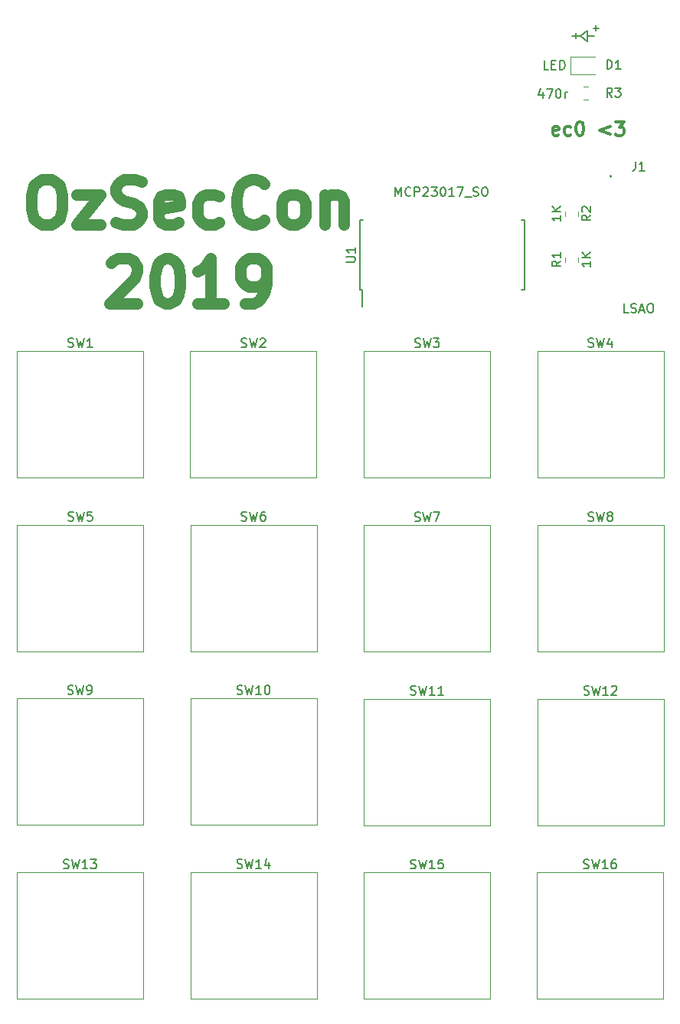
<source format=gbr>
G04 #@! TF.GenerationSoftware,KiCad,Pcbnew,5.0.2-bee76a0~70~ubuntu18.10.1*
G04 #@! TF.CreationDate,2019-05-27T16:03:46+10:00*
G04 #@! TF.ProjectId,keyboard,6b657962-6f61-4726-942e-6b696361645f,rev?*
G04 #@! TF.SameCoordinates,Original*
G04 #@! TF.FileFunction,Legend,Top*
G04 #@! TF.FilePolarity,Positive*
%FSLAX46Y46*%
G04 Gerber Fmt 4.6, Leading zero omitted, Abs format (unit mm)*
G04 Created by KiCad (PCBNEW 5.0.2-bee76a0~70~ubuntu18.10.1) date Mon 27 May 2019 16:03:46 AEST*
%MOMM*%
%LPD*%
G01*
G04 APERTURE LIST*
%ADD10C,0.200000*%
%ADD11C,1.250000*%
%ADD12C,0.300000*%
%ADD13C,0.120000*%
%ADD14C,0.150000*%
G04 APERTURE END LIST*
D10*
X104450000Y-76150000D02*
X104450000Y-76750000D01*
X104150000Y-76450000D02*
X104750000Y-76450000D01*
X102200000Y-77000000D02*
X102200000Y-77600000D01*
X102750000Y-77300000D02*
X101850000Y-77300000D01*
X104250000Y-77350000D02*
X103500000Y-77350000D01*
X103500000Y-76750000D02*
X103500000Y-77350000D01*
X102750000Y-77300000D02*
X103500000Y-76750000D01*
X103500000Y-77900000D02*
X102750000Y-77300000D01*
X103500000Y-76750000D02*
X103500000Y-77900000D01*
D11*
X43259523Y-93136904D02*
X44211904Y-93136904D01*
X44688095Y-93375000D01*
X45164285Y-93851190D01*
X45402380Y-94803571D01*
X45402380Y-96470238D01*
X45164285Y-97422619D01*
X44688095Y-97898809D01*
X44211904Y-98136904D01*
X43259523Y-98136904D01*
X42783333Y-97898809D01*
X42307142Y-97422619D01*
X42069047Y-96470238D01*
X42069047Y-94803571D01*
X42307142Y-93851190D01*
X42783333Y-93375000D01*
X43259523Y-93136904D01*
X47069047Y-94803571D02*
X49688095Y-94803571D01*
X47069047Y-98136904D01*
X49688095Y-98136904D01*
X51354761Y-97898809D02*
X52069047Y-98136904D01*
X53259523Y-98136904D01*
X53735714Y-97898809D01*
X53973809Y-97660714D01*
X54211904Y-97184523D01*
X54211904Y-96708333D01*
X53973809Y-96232142D01*
X53735714Y-95994047D01*
X53259523Y-95755952D01*
X52307142Y-95517857D01*
X51830952Y-95279761D01*
X51592857Y-95041666D01*
X51354761Y-94565476D01*
X51354761Y-94089285D01*
X51592857Y-93613095D01*
X51830952Y-93375000D01*
X52307142Y-93136904D01*
X53497619Y-93136904D01*
X54211904Y-93375000D01*
X58259523Y-97898809D02*
X57783333Y-98136904D01*
X56830952Y-98136904D01*
X56354761Y-97898809D01*
X56116666Y-97422619D01*
X56116666Y-95517857D01*
X56354761Y-95041666D01*
X56830952Y-94803571D01*
X57783333Y-94803571D01*
X58259523Y-95041666D01*
X58497619Y-95517857D01*
X58497619Y-95994047D01*
X56116666Y-96470238D01*
X62783333Y-97898809D02*
X62307142Y-98136904D01*
X61354761Y-98136904D01*
X60878571Y-97898809D01*
X60640476Y-97660714D01*
X60402380Y-97184523D01*
X60402380Y-95755952D01*
X60640476Y-95279761D01*
X60878571Y-95041666D01*
X61354761Y-94803571D01*
X62307142Y-94803571D01*
X62783333Y-95041666D01*
X67783333Y-97660714D02*
X67545238Y-97898809D01*
X66830952Y-98136904D01*
X66354761Y-98136904D01*
X65640476Y-97898809D01*
X65164285Y-97422619D01*
X64926190Y-96946428D01*
X64688095Y-95994047D01*
X64688095Y-95279761D01*
X64926190Y-94327380D01*
X65164285Y-93851190D01*
X65640476Y-93375000D01*
X66354761Y-93136904D01*
X66830952Y-93136904D01*
X67545238Y-93375000D01*
X67783333Y-93613095D01*
X70640476Y-98136904D02*
X70164285Y-97898809D01*
X69926190Y-97660714D01*
X69688095Y-97184523D01*
X69688095Y-95755952D01*
X69926190Y-95279761D01*
X70164285Y-95041666D01*
X70640476Y-94803571D01*
X71354761Y-94803571D01*
X71830952Y-95041666D01*
X72069047Y-95279761D01*
X72307142Y-95755952D01*
X72307142Y-97184523D01*
X72069047Y-97660714D01*
X71830952Y-97898809D01*
X71354761Y-98136904D01*
X70640476Y-98136904D01*
X74449999Y-94803571D02*
X74449999Y-98136904D01*
X74449999Y-95279761D02*
X74688095Y-95041666D01*
X75164285Y-94803571D01*
X75878571Y-94803571D01*
X76354761Y-95041666D01*
X76592857Y-95517857D01*
X76592857Y-98136904D01*
X50878571Y-102363095D02*
X51116666Y-102125000D01*
X51592857Y-101886904D01*
X52783333Y-101886904D01*
X53259523Y-102125000D01*
X53497619Y-102363095D01*
X53735714Y-102839285D01*
X53735714Y-103315476D01*
X53497619Y-104029761D01*
X50640476Y-106886904D01*
X53735714Y-106886904D01*
X56830952Y-101886904D02*
X57307142Y-101886904D01*
X57783333Y-102125000D01*
X58021428Y-102363095D01*
X58259523Y-102839285D01*
X58497619Y-103791666D01*
X58497619Y-104982142D01*
X58259523Y-105934523D01*
X58021428Y-106410714D01*
X57783333Y-106648809D01*
X57307142Y-106886904D01*
X56830952Y-106886904D01*
X56354761Y-106648809D01*
X56116666Y-106410714D01*
X55878571Y-105934523D01*
X55640476Y-104982142D01*
X55640476Y-103791666D01*
X55878571Y-102839285D01*
X56116666Y-102363095D01*
X56354761Y-102125000D01*
X56830952Y-101886904D01*
X63259523Y-106886904D02*
X60402380Y-106886904D01*
X61830952Y-106886904D02*
X61830952Y-101886904D01*
X61354761Y-102601190D01*
X60878571Y-103077380D01*
X60402380Y-103315476D01*
X65640476Y-106886904D02*
X66592857Y-106886904D01*
X67069047Y-106648809D01*
X67307142Y-106410714D01*
X67783333Y-105696428D01*
X68021428Y-104744047D01*
X68021428Y-102839285D01*
X67783333Y-102363095D01*
X67545238Y-102125000D01*
X67069047Y-101886904D01*
X66116666Y-101886904D01*
X65640476Y-102125000D01*
X65402380Y-102363095D01*
X65164285Y-102839285D01*
X65164285Y-104029761D01*
X65402380Y-104505952D01*
X65640476Y-104744047D01*
X66116666Y-104982142D01*
X67069047Y-104982142D01*
X67545238Y-104744047D01*
X67783333Y-104505952D01*
X68021428Y-104029761D01*
D12*
X100314285Y-88207142D02*
X100171428Y-88278571D01*
X99885714Y-88278571D01*
X99742857Y-88207142D01*
X99671428Y-88064285D01*
X99671428Y-87492857D01*
X99742857Y-87350000D01*
X99885714Y-87278571D01*
X100171428Y-87278571D01*
X100314285Y-87350000D01*
X100385714Y-87492857D01*
X100385714Y-87635714D01*
X99671428Y-87778571D01*
X101671428Y-88207142D02*
X101528571Y-88278571D01*
X101242857Y-88278571D01*
X101100000Y-88207142D01*
X101028571Y-88135714D01*
X100957142Y-87992857D01*
X100957142Y-87564285D01*
X101028571Y-87421428D01*
X101100000Y-87350000D01*
X101242857Y-87278571D01*
X101528571Y-87278571D01*
X101671428Y-87350000D01*
X102600000Y-86778571D02*
X102742857Y-86778571D01*
X102885714Y-86850000D01*
X102957142Y-86921428D01*
X103028571Y-87064285D01*
X103100000Y-87350000D01*
X103100000Y-87707142D01*
X103028571Y-87992857D01*
X102957142Y-88135714D01*
X102885714Y-88207142D01*
X102742857Y-88278571D01*
X102600000Y-88278571D01*
X102457142Y-88207142D01*
X102385714Y-88135714D01*
X102314285Y-87992857D01*
X102242857Y-87707142D01*
X102242857Y-87350000D01*
X102314285Y-87064285D01*
X102385714Y-86921428D01*
X102457142Y-86850000D01*
X102600000Y-86778571D01*
X106028571Y-87278571D02*
X104885714Y-87707142D01*
X106028571Y-88135714D01*
X106600000Y-86778571D02*
X107528571Y-86778571D01*
X107028571Y-87350000D01*
X107242857Y-87350000D01*
X107385714Y-87421428D01*
X107457142Y-87492857D01*
X107528571Y-87635714D01*
X107528571Y-87992857D01*
X107457142Y-88135714D01*
X107385714Y-88207142D01*
X107242857Y-88278571D01*
X106814285Y-88278571D01*
X106671428Y-88207142D01*
X106600000Y-88135714D01*
D10*
X106170711Y-92800000D02*
G75*
G03X106170711Y-92800000I-70711J0D01*
G01*
D13*
G04 #@! TO.C,R1*
X102480000Y-102258578D02*
X102480000Y-101741422D01*
X101060000Y-102258578D02*
X101060000Y-101741422D01*
G04 #@! TO.C,R2*
X102480000Y-96671422D02*
X102480000Y-97188578D01*
X101060000Y-96671422D02*
X101060000Y-97188578D01*
G04 #@! TO.C,SW1*
X40455000Y-126095000D02*
X40455000Y-112125000D01*
X54425000Y-126095000D02*
X40455000Y-126095000D01*
X54425000Y-112125000D02*
X54425000Y-126095000D01*
X40455000Y-112125000D02*
X54425000Y-112125000D01*
G04 #@! TO.C,SW2*
X59595000Y-112145000D02*
X73565000Y-112145000D01*
X73565000Y-112145000D02*
X73565000Y-126115000D01*
X73565000Y-126115000D02*
X59595000Y-126115000D01*
X59595000Y-126115000D02*
X59595000Y-112145000D01*
G04 #@! TO.C,SW3*
X78795000Y-126115000D02*
X78795000Y-112145000D01*
X92765000Y-126115000D02*
X78795000Y-126115000D01*
X92765000Y-112145000D02*
X92765000Y-126115000D01*
X78795000Y-112145000D02*
X92765000Y-112145000D01*
G04 #@! TO.C,SW4*
X97965000Y-112115000D02*
X111935000Y-112115000D01*
X111935000Y-112115000D02*
X111935000Y-126085000D01*
X111935000Y-126085000D02*
X97965000Y-126085000D01*
X97965000Y-126085000D02*
X97965000Y-112115000D01*
G04 #@! TO.C,SW5*
X40455000Y-145285000D02*
X40455000Y-131315000D01*
X54425000Y-145285000D02*
X40455000Y-145285000D01*
X54425000Y-131315000D02*
X54425000Y-145285000D01*
X40455000Y-131315000D02*
X54425000Y-131315000D01*
G04 #@! TO.C,SW6*
X59605000Y-145275000D02*
X59605000Y-131305000D01*
X73575000Y-145275000D02*
X59605000Y-145275000D01*
X73575000Y-131305000D02*
X73575000Y-145275000D01*
X59605000Y-131305000D02*
X73575000Y-131305000D01*
G04 #@! TO.C,SW7*
X78785000Y-131365000D02*
X92755000Y-131365000D01*
X92755000Y-131365000D02*
X92755000Y-145335000D01*
X92755000Y-145335000D02*
X78785000Y-145335000D01*
X78785000Y-145335000D02*
X78785000Y-131365000D01*
G04 #@! TO.C,SW8*
X97965000Y-145295000D02*
X97965000Y-131325000D01*
X111935000Y-145295000D02*
X97965000Y-145295000D01*
X111935000Y-131325000D02*
X111935000Y-145295000D01*
X97965000Y-131325000D02*
X111935000Y-131325000D01*
G04 #@! TO.C,SW9*
X40415000Y-150475000D02*
X54385000Y-150475000D01*
X54385000Y-150475000D02*
X54385000Y-164445000D01*
X54385000Y-164445000D02*
X40415000Y-164445000D01*
X40415000Y-164445000D02*
X40415000Y-150475000D01*
G04 #@! TO.C,SW10*
X59605000Y-164445000D02*
X59605000Y-150475000D01*
X73575000Y-164445000D02*
X59605000Y-164445000D01*
X73575000Y-150475000D02*
X73575000Y-164445000D01*
X59605000Y-150475000D02*
X73575000Y-150475000D01*
G04 #@! TO.C,SW11*
X78795000Y-150535000D02*
X92765000Y-150535000D01*
X92765000Y-150535000D02*
X92765000Y-164505000D01*
X92765000Y-164505000D02*
X78795000Y-164505000D01*
X78795000Y-164505000D02*
X78795000Y-150535000D01*
G04 #@! TO.C,SW12*
X97965000Y-164505000D02*
X97965000Y-150535000D01*
X111935000Y-164505000D02*
X97965000Y-164505000D01*
X111935000Y-150535000D02*
X111935000Y-164505000D01*
X97965000Y-150535000D02*
X111935000Y-150535000D01*
G04 #@! TO.C,SW13*
X40415000Y-183675000D02*
X40415000Y-169705000D01*
X54385000Y-183675000D02*
X40415000Y-183675000D01*
X54385000Y-169705000D02*
X54385000Y-183675000D01*
X40415000Y-169705000D02*
X54385000Y-169705000D01*
G04 #@! TO.C,SW14*
X59605000Y-169675000D02*
X73575000Y-169675000D01*
X73575000Y-169675000D02*
X73575000Y-183645000D01*
X73575000Y-183645000D02*
X59605000Y-183645000D01*
X59605000Y-183645000D02*
X59605000Y-169675000D01*
G04 #@! TO.C,SW15*
X78795000Y-169725000D02*
X92765000Y-169725000D01*
X92765000Y-169725000D02*
X92765000Y-183695000D01*
X92765000Y-183695000D02*
X78795000Y-183695000D01*
X78795000Y-183695000D02*
X78795000Y-169725000D01*
G04 #@! TO.C,SW16*
X97925000Y-169715000D02*
X111895000Y-169715000D01*
X111895000Y-169715000D02*
X111895000Y-183685000D01*
X111895000Y-183685000D02*
X97925000Y-183685000D01*
X97925000Y-183685000D02*
X97925000Y-169715000D01*
D14*
G04 #@! TO.C,U1*
X78325000Y-105375000D02*
X78575000Y-105375000D01*
X78325000Y-97625000D02*
X78670000Y-97625000D01*
X96575000Y-97625000D02*
X96230000Y-97625000D01*
X96575000Y-105375000D02*
X96230000Y-105375000D01*
X78325000Y-105375000D02*
X78325000Y-97625000D01*
X96575000Y-105375000D02*
X96575000Y-97625000D01*
X78575000Y-105375000D02*
X78575000Y-107200000D01*
D13*
G04 #@! TO.C,R3*
X103103922Y-82890000D02*
X103621078Y-82890000D01*
X103103922Y-84310000D02*
X103621078Y-84310000D01*
G04 #@! TO.C,D1*
X104350000Y-79590000D02*
X101665000Y-79590000D01*
X101665000Y-79590000D02*
X101665000Y-81510000D01*
X101665000Y-81510000D02*
X104350000Y-81510000D01*
G04 #@! TO.C,J1*
D14*
X108836666Y-91182380D02*
X108836666Y-91896666D01*
X108789047Y-92039523D01*
X108693809Y-92134761D01*
X108550952Y-92182380D01*
X108455714Y-92182380D01*
X109836666Y-92182380D02*
X109265238Y-92182380D01*
X109550952Y-92182380D02*
X109550952Y-91182380D01*
X109455714Y-91325238D01*
X109360476Y-91420476D01*
X109265238Y-91468095D01*
X108050952Y-107882380D02*
X107574761Y-107882380D01*
X107574761Y-106882380D01*
X108336666Y-107834761D02*
X108479523Y-107882380D01*
X108717619Y-107882380D01*
X108812857Y-107834761D01*
X108860476Y-107787142D01*
X108908095Y-107691904D01*
X108908095Y-107596666D01*
X108860476Y-107501428D01*
X108812857Y-107453809D01*
X108717619Y-107406190D01*
X108527142Y-107358571D01*
X108431904Y-107310952D01*
X108384285Y-107263333D01*
X108336666Y-107168095D01*
X108336666Y-107072857D01*
X108384285Y-106977619D01*
X108431904Y-106930000D01*
X108527142Y-106882380D01*
X108765238Y-106882380D01*
X108908095Y-106930000D01*
X109289047Y-107596666D02*
X109765238Y-107596666D01*
X109193809Y-107882380D02*
X109527142Y-106882380D01*
X109860476Y-107882380D01*
X110384285Y-106882380D02*
X110574761Y-106882380D01*
X110670000Y-106930000D01*
X110765238Y-107025238D01*
X110812857Y-107215714D01*
X110812857Y-107549047D01*
X110765238Y-107739523D01*
X110670000Y-107834761D01*
X110574761Y-107882380D01*
X110384285Y-107882380D01*
X110289047Y-107834761D01*
X110193809Y-107739523D01*
X110146190Y-107549047D01*
X110146190Y-107215714D01*
X110193809Y-107025238D01*
X110289047Y-106930000D01*
X110384285Y-106882380D01*
G04 #@! TO.C,R1*
X100572380Y-102166666D02*
X100096190Y-102500000D01*
X100572380Y-102738095D02*
X99572380Y-102738095D01*
X99572380Y-102357142D01*
X99620000Y-102261904D01*
X99667619Y-102214285D01*
X99762857Y-102166666D01*
X99905714Y-102166666D01*
X100000952Y-102214285D01*
X100048571Y-102261904D01*
X100096190Y-102357142D01*
X100096190Y-102738095D01*
X100572380Y-101214285D02*
X100572380Y-101785714D01*
X100572380Y-101500000D02*
X99572380Y-101500000D01*
X99715238Y-101595238D01*
X99810476Y-101690476D01*
X99858095Y-101785714D01*
X103872380Y-102214285D02*
X103872380Y-102785714D01*
X103872380Y-102500000D02*
X102872380Y-102500000D01*
X103015238Y-102595238D01*
X103110476Y-102690476D01*
X103158095Y-102785714D01*
X103872380Y-101785714D02*
X102872380Y-101785714D01*
X103872380Y-101214285D02*
X103300952Y-101642857D01*
X102872380Y-101214285D02*
X103443809Y-101785714D01*
G04 #@! TO.C,R2*
X103872380Y-97096666D02*
X103396190Y-97430000D01*
X103872380Y-97668095D02*
X102872380Y-97668095D01*
X102872380Y-97287142D01*
X102920000Y-97191904D01*
X102967619Y-97144285D01*
X103062857Y-97096666D01*
X103205714Y-97096666D01*
X103300952Y-97144285D01*
X103348571Y-97191904D01*
X103396190Y-97287142D01*
X103396190Y-97668095D01*
X102967619Y-96715714D02*
X102920000Y-96668095D01*
X102872380Y-96572857D01*
X102872380Y-96334761D01*
X102920000Y-96239523D01*
X102967619Y-96191904D01*
X103062857Y-96144285D01*
X103158095Y-96144285D01*
X103300952Y-96191904D01*
X103872380Y-96763333D01*
X103872380Y-96144285D01*
X100572380Y-97144285D02*
X100572380Y-97715714D01*
X100572380Y-97430000D02*
X99572380Y-97430000D01*
X99715238Y-97525238D01*
X99810476Y-97620476D01*
X99858095Y-97715714D01*
X100572380Y-96715714D02*
X99572380Y-96715714D01*
X100572380Y-96144285D02*
X100000952Y-96572857D01*
X99572380Y-96144285D02*
X100143809Y-96715714D01*
G04 #@! TO.C,SW1*
X46106666Y-111640761D02*
X46249523Y-111688380D01*
X46487619Y-111688380D01*
X46582857Y-111640761D01*
X46630476Y-111593142D01*
X46678095Y-111497904D01*
X46678095Y-111402666D01*
X46630476Y-111307428D01*
X46582857Y-111259809D01*
X46487619Y-111212190D01*
X46297142Y-111164571D01*
X46201904Y-111116952D01*
X46154285Y-111069333D01*
X46106666Y-110974095D01*
X46106666Y-110878857D01*
X46154285Y-110783619D01*
X46201904Y-110736000D01*
X46297142Y-110688380D01*
X46535238Y-110688380D01*
X46678095Y-110736000D01*
X47011428Y-110688380D02*
X47249523Y-111688380D01*
X47440000Y-110974095D01*
X47630476Y-111688380D01*
X47868571Y-110688380D01*
X48773333Y-111688380D02*
X48201904Y-111688380D01*
X48487619Y-111688380D02*
X48487619Y-110688380D01*
X48392380Y-110831238D01*
X48297142Y-110926476D01*
X48201904Y-110974095D01*
G04 #@! TO.C,SW2*
X65246666Y-111660761D02*
X65389523Y-111708380D01*
X65627619Y-111708380D01*
X65722857Y-111660761D01*
X65770476Y-111613142D01*
X65818095Y-111517904D01*
X65818095Y-111422666D01*
X65770476Y-111327428D01*
X65722857Y-111279809D01*
X65627619Y-111232190D01*
X65437142Y-111184571D01*
X65341904Y-111136952D01*
X65294285Y-111089333D01*
X65246666Y-110994095D01*
X65246666Y-110898857D01*
X65294285Y-110803619D01*
X65341904Y-110756000D01*
X65437142Y-110708380D01*
X65675238Y-110708380D01*
X65818095Y-110756000D01*
X66151428Y-110708380D02*
X66389523Y-111708380D01*
X66580000Y-110994095D01*
X66770476Y-111708380D01*
X67008571Y-110708380D01*
X67341904Y-110803619D02*
X67389523Y-110756000D01*
X67484761Y-110708380D01*
X67722857Y-110708380D01*
X67818095Y-110756000D01*
X67865714Y-110803619D01*
X67913333Y-110898857D01*
X67913333Y-110994095D01*
X67865714Y-111136952D01*
X67294285Y-111708380D01*
X67913333Y-111708380D01*
G04 #@! TO.C,SW3*
X84446666Y-111660761D02*
X84589523Y-111708380D01*
X84827619Y-111708380D01*
X84922857Y-111660761D01*
X84970476Y-111613142D01*
X85018095Y-111517904D01*
X85018095Y-111422666D01*
X84970476Y-111327428D01*
X84922857Y-111279809D01*
X84827619Y-111232190D01*
X84637142Y-111184571D01*
X84541904Y-111136952D01*
X84494285Y-111089333D01*
X84446666Y-110994095D01*
X84446666Y-110898857D01*
X84494285Y-110803619D01*
X84541904Y-110756000D01*
X84637142Y-110708380D01*
X84875238Y-110708380D01*
X85018095Y-110756000D01*
X85351428Y-110708380D02*
X85589523Y-111708380D01*
X85780000Y-110994095D01*
X85970476Y-111708380D01*
X86208571Y-110708380D01*
X86494285Y-110708380D02*
X87113333Y-110708380D01*
X86780000Y-111089333D01*
X86922857Y-111089333D01*
X87018095Y-111136952D01*
X87065714Y-111184571D01*
X87113333Y-111279809D01*
X87113333Y-111517904D01*
X87065714Y-111613142D01*
X87018095Y-111660761D01*
X86922857Y-111708380D01*
X86637142Y-111708380D01*
X86541904Y-111660761D01*
X86494285Y-111613142D01*
G04 #@! TO.C,SW4*
X103616666Y-111630761D02*
X103759523Y-111678380D01*
X103997619Y-111678380D01*
X104092857Y-111630761D01*
X104140476Y-111583142D01*
X104188095Y-111487904D01*
X104188095Y-111392666D01*
X104140476Y-111297428D01*
X104092857Y-111249809D01*
X103997619Y-111202190D01*
X103807142Y-111154571D01*
X103711904Y-111106952D01*
X103664285Y-111059333D01*
X103616666Y-110964095D01*
X103616666Y-110868857D01*
X103664285Y-110773619D01*
X103711904Y-110726000D01*
X103807142Y-110678380D01*
X104045238Y-110678380D01*
X104188095Y-110726000D01*
X104521428Y-110678380D02*
X104759523Y-111678380D01*
X104950000Y-110964095D01*
X105140476Y-111678380D01*
X105378571Y-110678380D01*
X106188095Y-111011714D02*
X106188095Y-111678380D01*
X105950000Y-110630761D02*
X105711904Y-111345047D01*
X106330952Y-111345047D01*
G04 #@! TO.C,SW5*
X46106666Y-130830761D02*
X46249523Y-130878380D01*
X46487619Y-130878380D01*
X46582857Y-130830761D01*
X46630476Y-130783142D01*
X46678095Y-130687904D01*
X46678095Y-130592666D01*
X46630476Y-130497428D01*
X46582857Y-130449809D01*
X46487619Y-130402190D01*
X46297142Y-130354571D01*
X46201904Y-130306952D01*
X46154285Y-130259333D01*
X46106666Y-130164095D01*
X46106666Y-130068857D01*
X46154285Y-129973619D01*
X46201904Y-129926000D01*
X46297142Y-129878380D01*
X46535238Y-129878380D01*
X46678095Y-129926000D01*
X47011428Y-129878380D02*
X47249523Y-130878380D01*
X47440000Y-130164095D01*
X47630476Y-130878380D01*
X47868571Y-129878380D01*
X48725714Y-129878380D02*
X48249523Y-129878380D01*
X48201904Y-130354571D01*
X48249523Y-130306952D01*
X48344761Y-130259333D01*
X48582857Y-130259333D01*
X48678095Y-130306952D01*
X48725714Y-130354571D01*
X48773333Y-130449809D01*
X48773333Y-130687904D01*
X48725714Y-130783142D01*
X48678095Y-130830761D01*
X48582857Y-130878380D01*
X48344761Y-130878380D01*
X48249523Y-130830761D01*
X48201904Y-130783142D01*
G04 #@! TO.C,SW6*
X65256666Y-130820761D02*
X65399523Y-130868380D01*
X65637619Y-130868380D01*
X65732857Y-130820761D01*
X65780476Y-130773142D01*
X65828095Y-130677904D01*
X65828095Y-130582666D01*
X65780476Y-130487428D01*
X65732857Y-130439809D01*
X65637619Y-130392190D01*
X65447142Y-130344571D01*
X65351904Y-130296952D01*
X65304285Y-130249333D01*
X65256666Y-130154095D01*
X65256666Y-130058857D01*
X65304285Y-129963619D01*
X65351904Y-129916000D01*
X65447142Y-129868380D01*
X65685238Y-129868380D01*
X65828095Y-129916000D01*
X66161428Y-129868380D02*
X66399523Y-130868380D01*
X66590000Y-130154095D01*
X66780476Y-130868380D01*
X67018571Y-129868380D01*
X67828095Y-129868380D02*
X67637619Y-129868380D01*
X67542380Y-129916000D01*
X67494761Y-129963619D01*
X67399523Y-130106476D01*
X67351904Y-130296952D01*
X67351904Y-130677904D01*
X67399523Y-130773142D01*
X67447142Y-130820761D01*
X67542380Y-130868380D01*
X67732857Y-130868380D01*
X67828095Y-130820761D01*
X67875714Y-130773142D01*
X67923333Y-130677904D01*
X67923333Y-130439809D01*
X67875714Y-130344571D01*
X67828095Y-130296952D01*
X67732857Y-130249333D01*
X67542380Y-130249333D01*
X67447142Y-130296952D01*
X67399523Y-130344571D01*
X67351904Y-130439809D01*
G04 #@! TO.C,SW7*
X84436666Y-130880761D02*
X84579523Y-130928380D01*
X84817619Y-130928380D01*
X84912857Y-130880761D01*
X84960476Y-130833142D01*
X85008095Y-130737904D01*
X85008095Y-130642666D01*
X84960476Y-130547428D01*
X84912857Y-130499809D01*
X84817619Y-130452190D01*
X84627142Y-130404571D01*
X84531904Y-130356952D01*
X84484285Y-130309333D01*
X84436666Y-130214095D01*
X84436666Y-130118857D01*
X84484285Y-130023619D01*
X84531904Y-129976000D01*
X84627142Y-129928380D01*
X84865238Y-129928380D01*
X85008095Y-129976000D01*
X85341428Y-129928380D02*
X85579523Y-130928380D01*
X85770000Y-130214095D01*
X85960476Y-130928380D01*
X86198571Y-129928380D01*
X86484285Y-129928380D02*
X87150952Y-129928380D01*
X86722380Y-130928380D01*
G04 #@! TO.C,SW8*
X103616666Y-130840761D02*
X103759523Y-130888380D01*
X103997619Y-130888380D01*
X104092857Y-130840761D01*
X104140476Y-130793142D01*
X104188095Y-130697904D01*
X104188095Y-130602666D01*
X104140476Y-130507428D01*
X104092857Y-130459809D01*
X103997619Y-130412190D01*
X103807142Y-130364571D01*
X103711904Y-130316952D01*
X103664285Y-130269333D01*
X103616666Y-130174095D01*
X103616666Y-130078857D01*
X103664285Y-129983619D01*
X103711904Y-129936000D01*
X103807142Y-129888380D01*
X104045238Y-129888380D01*
X104188095Y-129936000D01*
X104521428Y-129888380D02*
X104759523Y-130888380D01*
X104950000Y-130174095D01*
X105140476Y-130888380D01*
X105378571Y-129888380D01*
X105902380Y-130316952D02*
X105807142Y-130269333D01*
X105759523Y-130221714D01*
X105711904Y-130126476D01*
X105711904Y-130078857D01*
X105759523Y-129983619D01*
X105807142Y-129936000D01*
X105902380Y-129888380D01*
X106092857Y-129888380D01*
X106188095Y-129936000D01*
X106235714Y-129983619D01*
X106283333Y-130078857D01*
X106283333Y-130126476D01*
X106235714Y-130221714D01*
X106188095Y-130269333D01*
X106092857Y-130316952D01*
X105902380Y-130316952D01*
X105807142Y-130364571D01*
X105759523Y-130412190D01*
X105711904Y-130507428D01*
X105711904Y-130697904D01*
X105759523Y-130793142D01*
X105807142Y-130840761D01*
X105902380Y-130888380D01*
X106092857Y-130888380D01*
X106188095Y-130840761D01*
X106235714Y-130793142D01*
X106283333Y-130697904D01*
X106283333Y-130507428D01*
X106235714Y-130412190D01*
X106188095Y-130364571D01*
X106092857Y-130316952D01*
G04 #@! TO.C,SW9*
X46066666Y-149990761D02*
X46209523Y-150038380D01*
X46447619Y-150038380D01*
X46542857Y-149990761D01*
X46590476Y-149943142D01*
X46638095Y-149847904D01*
X46638095Y-149752666D01*
X46590476Y-149657428D01*
X46542857Y-149609809D01*
X46447619Y-149562190D01*
X46257142Y-149514571D01*
X46161904Y-149466952D01*
X46114285Y-149419333D01*
X46066666Y-149324095D01*
X46066666Y-149228857D01*
X46114285Y-149133619D01*
X46161904Y-149086000D01*
X46257142Y-149038380D01*
X46495238Y-149038380D01*
X46638095Y-149086000D01*
X46971428Y-149038380D02*
X47209523Y-150038380D01*
X47400000Y-149324095D01*
X47590476Y-150038380D01*
X47828571Y-149038380D01*
X48257142Y-150038380D02*
X48447619Y-150038380D01*
X48542857Y-149990761D01*
X48590476Y-149943142D01*
X48685714Y-149800285D01*
X48733333Y-149609809D01*
X48733333Y-149228857D01*
X48685714Y-149133619D01*
X48638095Y-149086000D01*
X48542857Y-149038380D01*
X48352380Y-149038380D01*
X48257142Y-149086000D01*
X48209523Y-149133619D01*
X48161904Y-149228857D01*
X48161904Y-149466952D01*
X48209523Y-149562190D01*
X48257142Y-149609809D01*
X48352380Y-149657428D01*
X48542857Y-149657428D01*
X48638095Y-149609809D01*
X48685714Y-149562190D01*
X48733333Y-149466952D01*
G04 #@! TO.C,SW10*
X64780476Y-149990761D02*
X64923333Y-150038380D01*
X65161428Y-150038380D01*
X65256666Y-149990761D01*
X65304285Y-149943142D01*
X65351904Y-149847904D01*
X65351904Y-149752666D01*
X65304285Y-149657428D01*
X65256666Y-149609809D01*
X65161428Y-149562190D01*
X64970952Y-149514571D01*
X64875714Y-149466952D01*
X64828095Y-149419333D01*
X64780476Y-149324095D01*
X64780476Y-149228857D01*
X64828095Y-149133619D01*
X64875714Y-149086000D01*
X64970952Y-149038380D01*
X65209047Y-149038380D01*
X65351904Y-149086000D01*
X65685238Y-149038380D02*
X65923333Y-150038380D01*
X66113809Y-149324095D01*
X66304285Y-150038380D01*
X66542380Y-149038380D01*
X67447142Y-150038380D02*
X66875714Y-150038380D01*
X67161428Y-150038380D02*
X67161428Y-149038380D01*
X67066190Y-149181238D01*
X66970952Y-149276476D01*
X66875714Y-149324095D01*
X68066190Y-149038380D02*
X68161428Y-149038380D01*
X68256666Y-149086000D01*
X68304285Y-149133619D01*
X68351904Y-149228857D01*
X68399523Y-149419333D01*
X68399523Y-149657428D01*
X68351904Y-149847904D01*
X68304285Y-149943142D01*
X68256666Y-149990761D01*
X68161428Y-150038380D01*
X68066190Y-150038380D01*
X67970952Y-149990761D01*
X67923333Y-149943142D01*
X67875714Y-149847904D01*
X67828095Y-149657428D01*
X67828095Y-149419333D01*
X67875714Y-149228857D01*
X67923333Y-149133619D01*
X67970952Y-149086000D01*
X68066190Y-149038380D01*
G04 #@! TO.C,SW11*
X83970476Y-150050761D02*
X84113333Y-150098380D01*
X84351428Y-150098380D01*
X84446666Y-150050761D01*
X84494285Y-150003142D01*
X84541904Y-149907904D01*
X84541904Y-149812666D01*
X84494285Y-149717428D01*
X84446666Y-149669809D01*
X84351428Y-149622190D01*
X84160952Y-149574571D01*
X84065714Y-149526952D01*
X84018095Y-149479333D01*
X83970476Y-149384095D01*
X83970476Y-149288857D01*
X84018095Y-149193619D01*
X84065714Y-149146000D01*
X84160952Y-149098380D01*
X84399047Y-149098380D01*
X84541904Y-149146000D01*
X84875238Y-149098380D02*
X85113333Y-150098380D01*
X85303809Y-149384095D01*
X85494285Y-150098380D01*
X85732380Y-149098380D01*
X86637142Y-150098380D02*
X86065714Y-150098380D01*
X86351428Y-150098380D02*
X86351428Y-149098380D01*
X86256190Y-149241238D01*
X86160952Y-149336476D01*
X86065714Y-149384095D01*
X87589523Y-150098380D02*
X87018095Y-150098380D01*
X87303809Y-150098380D02*
X87303809Y-149098380D01*
X87208571Y-149241238D01*
X87113333Y-149336476D01*
X87018095Y-149384095D01*
G04 #@! TO.C,SW12*
X103140476Y-150050761D02*
X103283333Y-150098380D01*
X103521428Y-150098380D01*
X103616666Y-150050761D01*
X103664285Y-150003142D01*
X103711904Y-149907904D01*
X103711904Y-149812666D01*
X103664285Y-149717428D01*
X103616666Y-149669809D01*
X103521428Y-149622190D01*
X103330952Y-149574571D01*
X103235714Y-149526952D01*
X103188095Y-149479333D01*
X103140476Y-149384095D01*
X103140476Y-149288857D01*
X103188095Y-149193619D01*
X103235714Y-149146000D01*
X103330952Y-149098380D01*
X103569047Y-149098380D01*
X103711904Y-149146000D01*
X104045238Y-149098380D02*
X104283333Y-150098380D01*
X104473809Y-149384095D01*
X104664285Y-150098380D01*
X104902380Y-149098380D01*
X105807142Y-150098380D02*
X105235714Y-150098380D01*
X105521428Y-150098380D02*
X105521428Y-149098380D01*
X105426190Y-149241238D01*
X105330952Y-149336476D01*
X105235714Y-149384095D01*
X106188095Y-149193619D02*
X106235714Y-149146000D01*
X106330952Y-149098380D01*
X106569047Y-149098380D01*
X106664285Y-149146000D01*
X106711904Y-149193619D01*
X106759523Y-149288857D01*
X106759523Y-149384095D01*
X106711904Y-149526952D01*
X106140476Y-150098380D01*
X106759523Y-150098380D01*
G04 #@! TO.C,SW13*
X45590476Y-169220761D02*
X45733333Y-169268380D01*
X45971428Y-169268380D01*
X46066666Y-169220761D01*
X46114285Y-169173142D01*
X46161904Y-169077904D01*
X46161904Y-168982666D01*
X46114285Y-168887428D01*
X46066666Y-168839809D01*
X45971428Y-168792190D01*
X45780952Y-168744571D01*
X45685714Y-168696952D01*
X45638095Y-168649333D01*
X45590476Y-168554095D01*
X45590476Y-168458857D01*
X45638095Y-168363619D01*
X45685714Y-168316000D01*
X45780952Y-168268380D01*
X46019047Y-168268380D01*
X46161904Y-168316000D01*
X46495238Y-168268380D02*
X46733333Y-169268380D01*
X46923809Y-168554095D01*
X47114285Y-169268380D01*
X47352380Y-168268380D01*
X48257142Y-169268380D02*
X47685714Y-169268380D01*
X47971428Y-169268380D02*
X47971428Y-168268380D01*
X47876190Y-168411238D01*
X47780952Y-168506476D01*
X47685714Y-168554095D01*
X48590476Y-168268380D02*
X49209523Y-168268380D01*
X48876190Y-168649333D01*
X49019047Y-168649333D01*
X49114285Y-168696952D01*
X49161904Y-168744571D01*
X49209523Y-168839809D01*
X49209523Y-169077904D01*
X49161904Y-169173142D01*
X49114285Y-169220761D01*
X49019047Y-169268380D01*
X48733333Y-169268380D01*
X48638095Y-169220761D01*
X48590476Y-169173142D01*
G04 #@! TO.C,SW14*
X64780476Y-169190761D02*
X64923333Y-169238380D01*
X65161428Y-169238380D01*
X65256666Y-169190761D01*
X65304285Y-169143142D01*
X65351904Y-169047904D01*
X65351904Y-168952666D01*
X65304285Y-168857428D01*
X65256666Y-168809809D01*
X65161428Y-168762190D01*
X64970952Y-168714571D01*
X64875714Y-168666952D01*
X64828095Y-168619333D01*
X64780476Y-168524095D01*
X64780476Y-168428857D01*
X64828095Y-168333619D01*
X64875714Y-168286000D01*
X64970952Y-168238380D01*
X65209047Y-168238380D01*
X65351904Y-168286000D01*
X65685238Y-168238380D02*
X65923333Y-169238380D01*
X66113809Y-168524095D01*
X66304285Y-169238380D01*
X66542380Y-168238380D01*
X67447142Y-169238380D02*
X66875714Y-169238380D01*
X67161428Y-169238380D02*
X67161428Y-168238380D01*
X67066190Y-168381238D01*
X66970952Y-168476476D01*
X66875714Y-168524095D01*
X68304285Y-168571714D02*
X68304285Y-169238380D01*
X68066190Y-168190761D02*
X67828095Y-168905047D01*
X68447142Y-168905047D01*
G04 #@! TO.C,SW15*
X83970476Y-169240761D02*
X84113333Y-169288380D01*
X84351428Y-169288380D01*
X84446666Y-169240761D01*
X84494285Y-169193142D01*
X84541904Y-169097904D01*
X84541904Y-169002666D01*
X84494285Y-168907428D01*
X84446666Y-168859809D01*
X84351428Y-168812190D01*
X84160952Y-168764571D01*
X84065714Y-168716952D01*
X84018095Y-168669333D01*
X83970476Y-168574095D01*
X83970476Y-168478857D01*
X84018095Y-168383619D01*
X84065714Y-168336000D01*
X84160952Y-168288380D01*
X84399047Y-168288380D01*
X84541904Y-168336000D01*
X84875238Y-168288380D02*
X85113333Y-169288380D01*
X85303809Y-168574095D01*
X85494285Y-169288380D01*
X85732380Y-168288380D01*
X86637142Y-169288380D02*
X86065714Y-169288380D01*
X86351428Y-169288380D02*
X86351428Y-168288380D01*
X86256190Y-168431238D01*
X86160952Y-168526476D01*
X86065714Y-168574095D01*
X87541904Y-168288380D02*
X87065714Y-168288380D01*
X87018095Y-168764571D01*
X87065714Y-168716952D01*
X87160952Y-168669333D01*
X87399047Y-168669333D01*
X87494285Y-168716952D01*
X87541904Y-168764571D01*
X87589523Y-168859809D01*
X87589523Y-169097904D01*
X87541904Y-169193142D01*
X87494285Y-169240761D01*
X87399047Y-169288380D01*
X87160952Y-169288380D01*
X87065714Y-169240761D01*
X87018095Y-169193142D01*
G04 #@! TO.C,SW16*
X103100476Y-169230761D02*
X103243333Y-169278380D01*
X103481428Y-169278380D01*
X103576666Y-169230761D01*
X103624285Y-169183142D01*
X103671904Y-169087904D01*
X103671904Y-168992666D01*
X103624285Y-168897428D01*
X103576666Y-168849809D01*
X103481428Y-168802190D01*
X103290952Y-168754571D01*
X103195714Y-168706952D01*
X103148095Y-168659333D01*
X103100476Y-168564095D01*
X103100476Y-168468857D01*
X103148095Y-168373619D01*
X103195714Y-168326000D01*
X103290952Y-168278380D01*
X103529047Y-168278380D01*
X103671904Y-168326000D01*
X104005238Y-168278380D02*
X104243333Y-169278380D01*
X104433809Y-168564095D01*
X104624285Y-169278380D01*
X104862380Y-168278380D01*
X105767142Y-169278380D02*
X105195714Y-169278380D01*
X105481428Y-169278380D02*
X105481428Y-168278380D01*
X105386190Y-168421238D01*
X105290952Y-168516476D01*
X105195714Y-168564095D01*
X106624285Y-168278380D02*
X106433809Y-168278380D01*
X106338571Y-168326000D01*
X106290952Y-168373619D01*
X106195714Y-168516476D01*
X106148095Y-168706952D01*
X106148095Y-169087904D01*
X106195714Y-169183142D01*
X106243333Y-169230761D01*
X106338571Y-169278380D01*
X106529047Y-169278380D01*
X106624285Y-169230761D01*
X106671904Y-169183142D01*
X106719523Y-169087904D01*
X106719523Y-168849809D01*
X106671904Y-168754571D01*
X106624285Y-168706952D01*
X106529047Y-168659333D01*
X106338571Y-168659333D01*
X106243333Y-168706952D01*
X106195714Y-168754571D01*
X106148095Y-168849809D01*
G04 #@! TO.C,U1*
X76852380Y-102261904D02*
X77661904Y-102261904D01*
X77757142Y-102214285D01*
X77804761Y-102166666D01*
X77852380Y-102071428D01*
X77852380Y-101880952D01*
X77804761Y-101785714D01*
X77757142Y-101738095D01*
X77661904Y-101690476D01*
X76852380Y-101690476D01*
X77852380Y-100690476D02*
X77852380Y-101261904D01*
X77852380Y-100976190D02*
X76852380Y-100976190D01*
X76995238Y-101071428D01*
X77090476Y-101166666D01*
X77138095Y-101261904D01*
X82254761Y-95002380D02*
X82254761Y-94002380D01*
X82588095Y-94716666D01*
X82921428Y-94002380D01*
X82921428Y-95002380D01*
X83969047Y-94907142D02*
X83921428Y-94954761D01*
X83778571Y-95002380D01*
X83683333Y-95002380D01*
X83540476Y-94954761D01*
X83445238Y-94859523D01*
X83397619Y-94764285D01*
X83350000Y-94573809D01*
X83350000Y-94430952D01*
X83397619Y-94240476D01*
X83445238Y-94145238D01*
X83540476Y-94050000D01*
X83683333Y-94002380D01*
X83778571Y-94002380D01*
X83921428Y-94050000D01*
X83969047Y-94097619D01*
X84397619Y-95002380D02*
X84397619Y-94002380D01*
X84778571Y-94002380D01*
X84873809Y-94050000D01*
X84921428Y-94097619D01*
X84969047Y-94192857D01*
X84969047Y-94335714D01*
X84921428Y-94430952D01*
X84873809Y-94478571D01*
X84778571Y-94526190D01*
X84397619Y-94526190D01*
X85350000Y-94097619D02*
X85397619Y-94050000D01*
X85492857Y-94002380D01*
X85730952Y-94002380D01*
X85826190Y-94050000D01*
X85873809Y-94097619D01*
X85921428Y-94192857D01*
X85921428Y-94288095D01*
X85873809Y-94430952D01*
X85302380Y-95002380D01*
X85921428Y-95002380D01*
X86254761Y-94002380D02*
X86873809Y-94002380D01*
X86540476Y-94383333D01*
X86683333Y-94383333D01*
X86778571Y-94430952D01*
X86826190Y-94478571D01*
X86873809Y-94573809D01*
X86873809Y-94811904D01*
X86826190Y-94907142D01*
X86778571Y-94954761D01*
X86683333Y-95002380D01*
X86397619Y-95002380D01*
X86302380Y-94954761D01*
X86254761Y-94907142D01*
X87492857Y-94002380D02*
X87588095Y-94002380D01*
X87683333Y-94050000D01*
X87730952Y-94097619D01*
X87778571Y-94192857D01*
X87826190Y-94383333D01*
X87826190Y-94621428D01*
X87778571Y-94811904D01*
X87730952Y-94907142D01*
X87683333Y-94954761D01*
X87588095Y-95002380D01*
X87492857Y-95002380D01*
X87397619Y-94954761D01*
X87350000Y-94907142D01*
X87302380Y-94811904D01*
X87254761Y-94621428D01*
X87254761Y-94383333D01*
X87302380Y-94192857D01*
X87350000Y-94097619D01*
X87397619Y-94050000D01*
X87492857Y-94002380D01*
X88778571Y-95002380D02*
X88207142Y-95002380D01*
X88492857Y-95002380D02*
X88492857Y-94002380D01*
X88397619Y-94145238D01*
X88302380Y-94240476D01*
X88207142Y-94288095D01*
X89111904Y-94002380D02*
X89778571Y-94002380D01*
X89350000Y-95002380D01*
X89921428Y-95097619D02*
X90683333Y-95097619D01*
X90873809Y-94954761D02*
X91016666Y-95002380D01*
X91254761Y-95002380D01*
X91350000Y-94954761D01*
X91397619Y-94907142D01*
X91445238Y-94811904D01*
X91445238Y-94716666D01*
X91397619Y-94621428D01*
X91350000Y-94573809D01*
X91254761Y-94526190D01*
X91064285Y-94478571D01*
X90969047Y-94430952D01*
X90921428Y-94383333D01*
X90873809Y-94288095D01*
X90873809Y-94192857D01*
X90921428Y-94097619D01*
X90969047Y-94050000D01*
X91064285Y-94002380D01*
X91302380Y-94002380D01*
X91445238Y-94050000D01*
X92064285Y-94002380D02*
X92254761Y-94002380D01*
X92350000Y-94050000D01*
X92445238Y-94145238D01*
X92492857Y-94335714D01*
X92492857Y-94669047D01*
X92445238Y-94859523D01*
X92350000Y-94954761D01*
X92254761Y-95002380D01*
X92064285Y-95002380D01*
X91969047Y-94954761D01*
X91873809Y-94859523D01*
X91826190Y-94669047D01*
X91826190Y-94335714D01*
X91873809Y-94145238D01*
X91969047Y-94050000D01*
X92064285Y-94002380D01*
G04 #@! TO.C,R3*
X106233333Y-84052380D02*
X105900000Y-83576190D01*
X105661904Y-84052380D02*
X105661904Y-83052380D01*
X106042857Y-83052380D01*
X106138095Y-83100000D01*
X106185714Y-83147619D01*
X106233333Y-83242857D01*
X106233333Y-83385714D01*
X106185714Y-83480952D01*
X106138095Y-83528571D01*
X106042857Y-83576190D01*
X105661904Y-83576190D01*
X106566666Y-83052380D02*
X107185714Y-83052380D01*
X106852380Y-83433333D01*
X106995238Y-83433333D01*
X107090476Y-83480952D01*
X107138095Y-83528571D01*
X107185714Y-83623809D01*
X107185714Y-83861904D01*
X107138095Y-83957142D01*
X107090476Y-84004761D01*
X106995238Y-84052380D01*
X106709523Y-84052380D01*
X106614285Y-84004761D01*
X106566666Y-83957142D01*
X98578571Y-83485714D02*
X98578571Y-84152380D01*
X98340476Y-83104761D02*
X98102380Y-83819047D01*
X98721428Y-83819047D01*
X99007142Y-83152380D02*
X99673809Y-83152380D01*
X99245238Y-84152380D01*
X100245238Y-83152380D02*
X100340476Y-83152380D01*
X100435714Y-83200000D01*
X100483333Y-83247619D01*
X100530952Y-83342857D01*
X100578571Y-83533333D01*
X100578571Y-83771428D01*
X100530952Y-83961904D01*
X100483333Y-84057142D01*
X100435714Y-84104761D01*
X100340476Y-84152380D01*
X100245238Y-84152380D01*
X100150000Y-84104761D01*
X100102380Y-84057142D01*
X100054761Y-83961904D01*
X100007142Y-83771428D01*
X100007142Y-83533333D01*
X100054761Y-83342857D01*
X100102380Y-83247619D01*
X100150000Y-83200000D01*
X100245238Y-83152380D01*
X101007142Y-84152380D02*
X101007142Y-83485714D01*
X101007142Y-83676190D02*
X101054761Y-83580952D01*
X101102380Y-83533333D01*
X101197619Y-83485714D01*
X101292857Y-83485714D01*
G04 #@! TO.C,D1*
X105661904Y-80952380D02*
X105661904Y-79952380D01*
X105900000Y-79952380D01*
X106042857Y-80000000D01*
X106138095Y-80095238D01*
X106185714Y-80190476D01*
X106233333Y-80380952D01*
X106233333Y-80523809D01*
X106185714Y-80714285D01*
X106138095Y-80809523D01*
X106042857Y-80904761D01*
X105900000Y-80952380D01*
X105661904Y-80952380D01*
X107185714Y-80952380D02*
X106614285Y-80952380D01*
X106900000Y-80952380D02*
X106900000Y-79952380D01*
X106804761Y-80095238D01*
X106709523Y-80190476D01*
X106614285Y-80238095D01*
X99207142Y-81002380D02*
X98730952Y-81002380D01*
X98730952Y-80002380D01*
X99540476Y-80478571D02*
X99873809Y-80478571D01*
X100016666Y-81002380D02*
X99540476Y-81002380D01*
X99540476Y-80002380D01*
X100016666Y-80002380D01*
X100445238Y-81002380D02*
X100445238Y-80002380D01*
X100683333Y-80002380D01*
X100826190Y-80050000D01*
X100921428Y-80145238D01*
X100969047Y-80240476D01*
X101016666Y-80430952D01*
X101016666Y-80573809D01*
X100969047Y-80764285D01*
X100921428Y-80859523D01*
X100826190Y-80954761D01*
X100683333Y-81002380D01*
X100445238Y-81002380D01*
G04 #@! TD*
M02*

</source>
